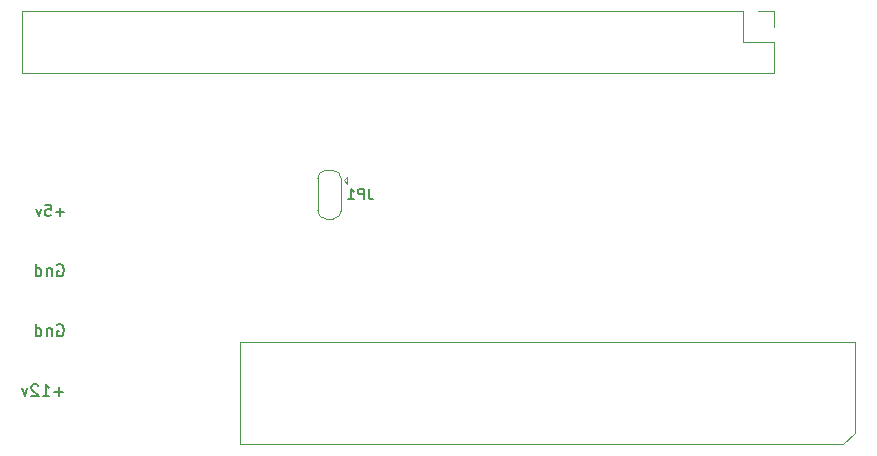
<source format=gbr>
G04 #@! TF.GenerationSoftware,KiCad,Pcbnew,(5.1.5)-3*
G04 #@! TF.CreationDate,2020-11-01T11:49:08+00:00*
G04 #@! TF.ProjectId,SCSIConnectorA,53435349-436f-46e6-9e65-63746f72412e,rev?*
G04 #@! TF.SameCoordinates,Original*
G04 #@! TF.FileFunction,Legend,Bot*
G04 #@! TF.FilePolarity,Positive*
%FSLAX46Y46*%
G04 Gerber Fmt 4.6, Leading zero omitted, Abs format (unit mm)*
G04 Created by KiCad (PCBNEW (5.1.5)-3) date 2020-11-01 11:49:08*
%MOMM*%
%LPD*%
G04 APERTURE LIST*
%ADD10C,0.150000*%
%ADD11C,0.120000*%
G04 APERTURE END LIST*
D10*
X98764404Y-90666428D02*
X98002500Y-90666428D01*
X98383452Y-91047380D02*
X98383452Y-90285476D01*
X97002500Y-91047380D02*
X97573928Y-91047380D01*
X97288214Y-91047380D02*
X97288214Y-90047380D01*
X97383452Y-90190238D01*
X97478690Y-90285476D01*
X97573928Y-90333095D01*
X96621547Y-90142619D02*
X96573928Y-90095000D01*
X96478690Y-90047380D01*
X96240595Y-90047380D01*
X96145357Y-90095000D01*
X96097738Y-90142619D01*
X96050119Y-90237857D01*
X96050119Y-90333095D01*
X96097738Y-90475952D01*
X96669166Y-91047380D01*
X96050119Y-91047380D01*
X95716785Y-90380714D02*
X95478690Y-91047380D01*
X95240595Y-90380714D01*
X98240595Y-85015000D02*
X98335833Y-84967380D01*
X98478690Y-84967380D01*
X98621547Y-85015000D01*
X98716785Y-85110238D01*
X98764404Y-85205476D01*
X98812023Y-85395952D01*
X98812023Y-85538809D01*
X98764404Y-85729285D01*
X98716785Y-85824523D01*
X98621547Y-85919761D01*
X98478690Y-85967380D01*
X98383452Y-85967380D01*
X98240595Y-85919761D01*
X98192976Y-85872142D01*
X98192976Y-85538809D01*
X98383452Y-85538809D01*
X97764404Y-85300714D02*
X97764404Y-85967380D01*
X97764404Y-85395952D02*
X97716785Y-85348333D01*
X97621547Y-85300714D01*
X97478690Y-85300714D01*
X97383452Y-85348333D01*
X97335833Y-85443571D01*
X97335833Y-85967380D01*
X96431071Y-85967380D02*
X96431071Y-84967380D01*
X96431071Y-85919761D02*
X96526309Y-85967380D01*
X96716785Y-85967380D01*
X96812023Y-85919761D01*
X96859642Y-85872142D01*
X96907261Y-85776904D01*
X96907261Y-85491190D01*
X96859642Y-85395952D01*
X96812023Y-85348333D01*
X96716785Y-85300714D01*
X96526309Y-85300714D01*
X96431071Y-85348333D01*
X98240595Y-79935000D02*
X98335833Y-79887380D01*
X98478690Y-79887380D01*
X98621547Y-79935000D01*
X98716785Y-80030238D01*
X98764404Y-80125476D01*
X98812023Y-80315952D01*
X98812023Y-80458809D01*
X98764404Y-80649285D01*
X98716785Y-80744523D01*
X98621547Y-80839761D01*
X98478690Y-80887380D01*
X98383452Y-80887380D01*
X98240595Y-80839761D01*
X98192976Y-80792142D01*
X98192976Y-80458809D01*
X98383452Y-80458809D01*
X97764404Y-80220714D02*
X97764404Y-80887380D01*
X97764404Y-80315952D02*
X97716785Y-80268333D01*
X97621547Y-80220714D01*
X97478690Y-80220714D01*
X97383452Y-80268333D01*
X97335833Y-80363571D01*
X97335833Y-80887380D01*
X96431071Y-80887380D02*
X96431071Y-79887380D01*
X96431071Y-80839761D02*
X96526309Y-80887380D01*
X96716785Y-80887380D01*
X96812023Y-80839761D01*
X96859642Y-80792142D01*
X96907261Y-80696904D01*
X96907261Y-80411190D01*
X96859642Y-80315952D01*
X96812023Y-80268333D01*
X96716785Y-80220714D01*
X96526309Y-80220714D01*
X96431071Y-80268333D01*
X98788214Y-75419285D02*
X98102500Y-75419285D01*
X98445357Y-75762142D02*
X98445357Y-75076428D01*
X97245357Y-74862142D02*
X97673928Y-74862142D01*
X97716785Y-75290714D01*
X97673928Y-75247857D01*
X97588214Y-75205000D01*
X97373928Y-75205000D01*
X97288214Y-75247857D01*
X97245357Y-75290714D01*
X97202500Y-75376428D01*
X97202500Y-75590714D01*
X97245357Y-75676428D01*
X97288214Y-75719285D01*
X97373928Y-75762142D01*
X97588214Y-75762142D01*
X97673928Y-75719285D01*
X97716785Y-75676428D01*
X96902500Y-75162142D02*
X96688214Y-75762142D01*
X96473928Y-75162142D01*
D11*
X164805000Y-95125000D02*
X165805000Y-94125000D01*
X165805000Y-94125000D02*
X165805000Y-86425000D01*
X165805000Y-86425000D02*
X113735000Y-86425000D01*
X113735000Y-86425000D02*
X113735000Y-95125000D01*
X113735000Y-95125000D02*
X164805000Y-95125000D01*
X120990000Y-71925000D02*
G75*
G03X120290000Y-72625000I0J-700000D01*
G01*
X122290000Y-72625000D02*
G75*
G03X121590000Y-71925000I-700000J0D01*
G01*
X121590000Y-76025000D02*
G75*
G03X122290000Y-75325000I0J700000D01*
G01*
X120290000Y-75325000D02*
G75*
G03X120990000Y-76025000I700000J0D01*
G01*
X120290000Y-72575000D02*
X120290000Y-75375000D01*
X120990000Y-76025000D02*
X121590000Y-76025000D01*
X122290000Y-75375000D02*
X122290000Y-72575000D01*
X121590000Y-71925000D02*
X120990000Y-71925000D01*
X122490000Y-72775000D02*
X122790000Y-72475000D01*
X122790000Y-72475000D02*
X122790000Y-73075000D01*
X122490000Y-72775000D02*
X122790000Y-73075000D01*
X158900000Y-59775000D02*
X158900000Y-58445000D01*
X158900000Y-58445000D02*
X157570000Y-58445000D01*
X158900000Y-61045000D02*
X156300000Y-61045000D01*
X156300000Y-61045000D02*
X156300000Y-58445000D01*
X156300000Y-58445000D02*
X95280000Y-58445000D01*
X95280000Y-63645000D02*
X95280000Y-58445000D01*
X158900000Y-63645000D02*
X95280000Y-63645000D01*
X158900000Y-63645000D02*
X158900000Y-61045000D01*
D10*
X124628928Y-73482142D02*
X124628928Y-74125000D01*
X124671785Y-74253571D01*
X124757500Y-74339285D01*
X124886071Y-74382142D01*
X124971785Y-74382142D01*
X124200357Y-74382142D02*
X124200357Y-73482142D01*
X123857500Y-73482142D01*
X123771785Y-73525000D01*
X123728928Y-73567857D01*
X123686071Y-73653571D01*
X123686071Y-73782142D01*
X123728928Y-73867857D01*
X123771785Y-73910714D01*
X123857500Y-73953571D01*
X124200357Y-73953571D01*
X122828928Y-74382142D02*
X123343214Y-74382142D01*
X123086071Y-74382142D02*
X123086071Y-73482142D01*
X123171785Y-73610714D01*
X123257500Y-73696428D01*
X123343214Y-73739285D01*
M02*

</source>
